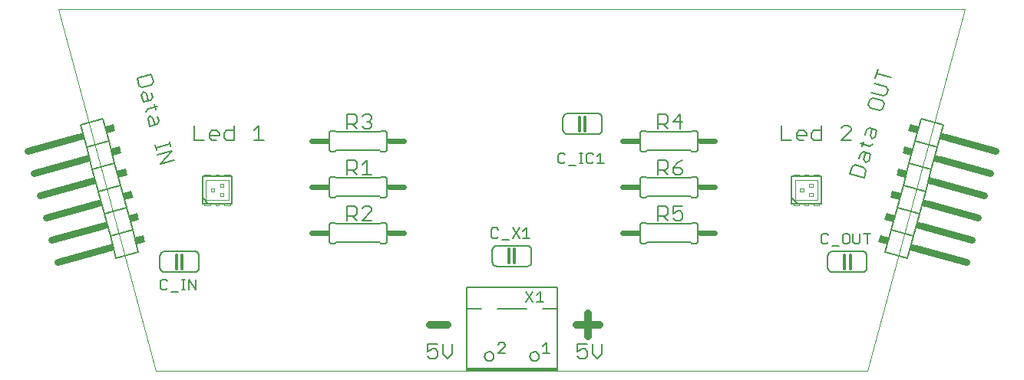
<source format=gto>
G75*
%MOIN*%
%OFA0B0*%
%FSLAX24Y24*%
%IPPOS*%
%LPD*%
%AMOC8*
5,1,8,0,0,1.08239X$1,22.5*
%
%ADD10C,0.0000*%
%ADD11C,0.0060*%
%ADD12C,0.0320*%
%ADD13C,0.0050*%
%ADD14C,0.0240*%
%ADD15R,0.0340X0.0240*%
%ADD16C,0.0080*%
%ADD17C,0.0040*%
%ADD18C,0.0300*%
%ADD19R,0.0300X0.0200*%
%ADD20R,0.0300X0.0400*%
%ADD21C,0.0120*%
D10*
X015374Y006799D02*
X011142Y022547D01*
X050512Y022547D01*
X046280Y006799D01*
X015374Y006799D01*
D11*
X015742Y011099D02*
X017042Y011099D01*
X017068Y011101D01*
X017094Y011106D01*
X017119Y011114D01*
X017142Y011126D01*
X017164Y011140D01*
X017183Y011158D01*
X017201Y011177D01*
X017215Y011199D01*
X017227Y011222D01*
X017235Y011247D01*
X017240Y011273D01*
X017242Y011299D01*
X017242Y011799D01*
X017240Y011825D01*
X017235Y011851D01*
X017227Y011876D01*
X017215Y011899D01*
X017201Y011921D01*
X017183Y011940D01*
X017164Y011958D01*
X017142Y011972D01*
X017119Y011984D01*
X017094Y011992D01*
X017068Y011997D01*
X017042Y011999D01*
X015742Y011999D01*
X015716Y011997D01*
X015690Y011992D01*
X015665Y011984D01*
X015642Y011972D01*
X015620Y011958D01*
X015601Y011940D01*
X015583Y011921D01*
X015569Y011899D01*
X015557Y011876D01*
X015549Y011851D01*
X015544Y011825D01*
X015542Y011799D01*
X015542Y011299D01*
X015544Y011273D01*
X015549Y011247D01*
X015557Y011222D01*
X015569Y011199D01*
X015583Y011177D01*
X015601Y011158D01*
X015620Y011140D01*
X015642Y011126D01*
X015665Y011114D01*
X015690Y011106D01*
X015716Y011101D01*
X015742Y011099D01*
X014611Y011969D02*
X013645Y011710D01*
X013387Y012676D01*
X013128Y013642D01*
X012869Y014608D01*
X012610Y015574D01*
X012351Y016540D01*
X012093Y017506D01*
X013058Y017765D01*
X013317Y016799D01*
X012351Y016540D01*
X012610Y015574D02*
X013576Y015833D01*
X013317Y016799D01*
X013576Y015833D02*
X013835Y014867D01*
X012869Y014608D01*
X013128Y013642D02*
X014094Y013901D01*
X013835Y014867D01*
X014094Y013901D02*
X014353Y012935D01*
X013387Y012676D01*
X014353Y012935D02*
X014611Y011969D01*
X015554Y015795D02*
X016173Y015960D01*
X016062Y016373D02*
X015554Y015795D01*
X015443Y016207D02*
X016062Y016373D01*
X016006Y016582D02*
X015951Y016788D01*
X015979Y016685D02*
X015360Y016519D01*
X015332Y016622D02*
X015387Y016416D01*
X015109Y017455D02*
X015026Y017764D01*
X015102Y017895D01*
X015232Y017820D01*
X015315Y017510D01*
X015418Y017538D02*
X015109Y017455D01*
X015418Y017538D02*
X015494Y017669D01*
X015439Y017875D01*
X015355Y018187D02*
X015300Y018393D01*
X015431Y018317D02*
X015018Y018207D01*
X014943Y018076D01*
X014831Y018493D02*
X014748Y018802D01*
X014824Y018933D01*
X014954Y018857D01*
X015037Y018548D01*
X015140Y018575D02*
X014831Y018493D01*
X015140Y018575D02*
X015216Y018706D01*
X015161Y018912D01*
X015180Y019253D02*
X015255Y019384D01*
X015172Y019693D01*
X014554Y019528D01*
X014637Y019218D01*
X014767Y019143D01*
X015180Y019253D01*
X017047Y017469D02*
X017047Y016829D01*
X017474Y016829D01*
X017692Y016936D02*
X017692Y017149D01*
X017798Y017256D01*
X018012Y017256D01*
X018119Y017149D01*
X018119Y017042D01*
X017692Y017042D01*
X017692Y016936D02*
X017798Y016829D01*
X018012Y016829D01*
X018336Y016936D02*
X018336Y017149D01*
X018443Y017256D01*
X018763Y017256D01*
X018763Y017469D02*
X018763Y016829D01*
X018443Y016829D01*
X018336Y016936D01*
X019625Y016829D02*
X020052Y016829D01*
X019839Y016829D02*
X019839Y017469D01*
X019625Y017256D01*
X022892Y017149D02*
X022892Y016449D01*
X022894Y016432D01*
X022898Y016415D01*
X022905Y016399D01*
X022915Y016385D01*
X022928Y016372D01*
X022942Y016362D01*
X022958Y016355D01*
X022975Y016351D01*
X022992Y016349D01*
X023142Y016349D01*
X023192Y016399D01*
X025092Y016399D01*
X025142Y016349D01*
X025292Y016349D01*
X025309Y016351D01*
X025326Y016355D01*
X025342Y016362D01*
X025356Y016372D01*
X025369Y016385D01*
X025379Y016399D01*
X025386Y016415D01*
X025390Y016432D01*
X025392Y016449D01*
X025392Y017149D01*
X025390Y017166D01*
X025386Y017183D01*
X025379Y017199D01*
X025369Y017213D01*
X025356Y017226D01*
X025342Y017236D01*
X025326Y017243D01*
X025309Y017247D01*
X025292Y017249D01*
X025142Y017249D01*
X025092Y017199D01*
X023192Y017199D01*
X023142Y017249D01*
X022992Y017249D01*
X022975Y017247D01*
X022958Y017243D01*
X022942Y017236D01*
X022928Y017226D01*
X022915Y017213D01*
X022905Y017199D01*
X022898Y017183D01*
X022894Y017166D01*
X022892Y017149D01*
X023672Y017329D02*
X023672Y017969D01*
X023992Y017969D01*
X024099Y017863D01*
X024099Y017649D01*
X023992Y017542D01*
X023672Y017542D01*
X023886Y017542D02*
X024099Y017329D01*
X024317Y017436D02*
X024423Y017329D01*
X024637Y017329D01*
X024744Y017436D01*
X024744Y017542D01*
X024637Y017649D01*
X024530Y017649D01*
X024637Y017649D02*
X024744Y017756D01*
X024744Y017863D01*
X024637Y017969D01*
X024423Y017969D01*
X024317Y017863D01*
X024530Y015969D02*
X024530Y015329D01*
X024317Y015329D02*
X024744Y015329D01*
X025092Y015199D02*
X023192Y015199D01*
X023142Y015249D01*
X022992Y015249D01*
X022975Y015247D01*
X022958Y015243D01*
X022942Y015236D01*
X022928Y015226D01*
X022915Y015213D01*
X022905Y015199D01*
X022898Y015183D01*
X022894Y015166D01*
X022892Y015149D01*
X022892Y014449D01*
X022894Y014432D01*
X022898Y014415D01*
X022905Y014399D01*
X022915Y014385D01*
X022928Y014372D01*
X022942Y014362D01*
X022958Y014355D01*
X022975Y014351D01*
X022992Y014349D01*
X023142Y014349D01*
X023192Y014399D01*
X025092Y014399D01*
X025142Y014349D01*
X025292Y014349D01*
X025309Y014351D01*
X025326Y014355D01*
X025342Y014362D01*
X025356Y014372D01*
X025369Y014385D01*
X025379Y014399D01*
X025386Y014415D01*
X025390Y014432D01*
X025392Y014449D01*
X025392Y015149D01*
X025390Y015166D01*
X025386Y015183D01*
X025379Y015199D01*
X025369Y015213D01*
X025356Y015226D01*
X025342Y015236D01*
X025326Y015243D01*
X025309Y015247D01*
X025292Y015249D01*
X025142Y015249D01*
X025092Y015199D01*
X024099Y015329D02*
X023886Y015542D01*
X023992Y015542D02*
X023672Y015542D01*
X023672Y015329D02*
X023672Y015969D01*
X023992Y015969D01*
X024099Y015863D01*
X024099Y015649D01*
X023992Y015542D01*
X024317Y015756D02*
X024530Y015969D01*
X024423Y013969D02*
X024317Y013863D01*
X024423Y013969D02*
X024637Y013969D01*
X024744Y013863D01*
X024744Y013756D01*
X024317Y013329D01*
X024744Y013329D01*
X025092Y013199D02*
X023192Y013199D01*
X023142Y013249D01*
X022992Y013249D01*
X022975Y013247D01*
X022958Y013243D01*
X022942Y013236D01*
X022928Y013226D01*
X022915Y013213D01*
X022905Y013199D01*
X022898Y013183D01*
X022894Y013166D01*
X022892Y013149D01*
X022892Y012449D01*
X022894Y012432D01*
X022898Y012415D01*
X022905Y012399D01*
X022915Y012385D01*
X022928Y012372D01*
X022942Y012362D01*
X022958Y012355D01*
X022975Y012351D01*
X022992Y012349D01*
X023142Y012349D01*
X023192Y012399D01*
X025092Y012399D01*
X025142Y012349D01*
X025292Y012349D01*
X025309Y012351D01*
X025326Y012355D01*
X025342Y012362D01*
X025356Y012372D01*
X025369Y012385D01*
X025379Y012399D01*
X025386Y012415D01*
X025390Y012432D01*
X025392Y012449D01*
X025392Y013149D01*
X025390Y013166D01*
X025386Y013183D01*
X025379Y013199D01*
X025369Y013213D01*
X025356Y013226D01*
X025342Y013236D01*
X025326Y013243D01*
X025309Y013247D01*
X025292Y013249D01*
X025142Y013249D01*
X025092Y013199D01*
X024099Y013329D02*
X023886Y013542D01*
X023992Y013542D02*
X023672Y013542D01*
X023672Y013329D02*
X023672Y013969D01*
X023992Y013969D01*
X024099Y013863D01*
X024099Y013649D01*
X023992Y013542D01*
X028861Y010449D02*
X028861Y009509D01*
X028861Y006909D01*
X032791Y006909D01*
X032791Y006829D01*
X028861Y006829D01*
X028861Y006909D01*
X028244Y007542D02*
X028244Y007969D01*
X028244Y007542D02*
X028030Y007329D01*
X027817Y007542D01*
X027817Y007969D01*
X027599Y007969D02*
X027172Y007969D01*
X027172Y007649D01*
X027386Y007756D01*
X027492Y007756D01*
X027599Y007649D01*
X027599Y007436D01*
X027492Y007329D01*
X027279Y007329D01*
X027172Y007436D01*
X029641Y007429D02*
X029643Y007457D01*
X029649Y007484D01*
X029658Y007510D01*
X029671Y007535D01*
X029688Y007558D01*
X029707Y007578D01*
X029729Y007595D01*
X029753Y007609D01*
X029779Y007619D01*
X029806Y007626D01*
X029834Y007629D01*
X029862Y007628D01*
X029889Y007623D01*
X029916Y007614D01*
X029941Y007602D01*
X029964Y007587D01*
X029985Y007568D01*
X030003Y007547D01*
X030018Y007523D01*
X030029Y007497D01*
X030037Y007471D01*
X030041Y007443D01*
X030041Y007415D01*
X030037Y007387D01*
X030029Y007361D01*
X030018Y007335D01*
X030003Y007311D01*
X029985Y007290D01*
X029964Y007271D01*
X029941Y007256D01*
X029916Y007244D01*
X029889Y007235D01*
X029862Y007230D01*
X029834Y007229D01*
X029806Y007232D01*
X029779Y007239D01*
X029753Y007249D01*
X029729Y007263D01*
X029707Y007280D01*
X029688Y007300D01*
X029671Y007323D01*
X029658Y007348D01*
X029649Y007374D01*
X029643Y007401D01*
X029641Y007429D01*
X031611Y007429D02*
X031613Y007457D01*
X031619Y007484D01*
X031628Y007510D01*
X031641Y007535D01*
X031658Y007558D01*
X031677Y007578D01*
X031699Y007595D01*
X031723Y007609D01*
X031749Y007619D01*
X031776Y007626D01*
X031804Y007629D01*
X031832Y007628D01*
X031859Y007623D01*
X031886Y007614D01*
X031911Y007602D01*
X031934Y007587D01*
X031955Y007568D01*
X031973Y007547D01*
X031988Y007523D01*
X031999Y007497D01*
X032007Y007471D01*
X032011Y007443D01*
X032011Y007415D01*
X032007Y007387D01*
X031999Y007361D01*
X031988Y007335D01*
X031973Y007311D01*
X031955Y007290D01*
X031934Y007271D01*
X031911Y007256D01*
X031886Y007244D01*
X031859Y007235D01*
X031832Y007230D01*
X031804Y007229D01*
X031776Y007232D01*
X031749Y007239D01*
X031723Y007249D01*
X031699Y007263D01*
X031677Y007280D01*
X031658Y007300D01*
X031641Y007323D01*
X031628Y007348D01*
X031619Y007374D01*
X031613Y007401D01*
X031611Y007429D01*
X032791Y006909D02*
X032791Y009509D01*
X032161Y009509D01*
X032791Y009509D02*
X032791Y010449D01*
X028861Y010449D01*
X030177Y011349D02*
X031477Y011349D01*
X031503Y011351D01*
X031529Y011356D01*
X031554Y011364D01*
X031577Y011376D01*
X031599Y011390D01*
X031618Y011408D01*
X031636Y011427D01*
X031650Y011449D01*
X031662Y011472D01*
X031670Y011497D01*
X031675Y011523D01*
X031677Y011549D01*
X031677Y012049D01*
X031675Y012075D01*
X031670Y012101D01*
X031662Y012126D01*
X031650Y012149D01*
X031636Y012171D01*
X031618Y012190D01*
X031599Y012208D01*
X031577Y012222D01*
X031554Y012234D01*
X031529Y012242D01*
X031503Y012247D01*
X031477Y012249D01*
X030177Y012249D01*
X030151Y012247D01*
X030125Y012242D01*
X030100Y012234D01*
X030077Y012222D01*
X030055Y012208D01*
X030036Y012190D01*
X030018Y012171D01*
X030004Y012149D01*
X029992Y012126D01*
X029984Y012101D01*
X029979Y012075D01*
X029977Y012049D01*
X029977Y011549D01*
X029979Y011523D01*
X029984Y011497D01*
X029992Y011472D01*
X030004Y011449D01*
X030018Y011427D01*
X030036Y011408D01*
X030055Y011390D01*
X030077Y011376D01*
X030100Y011364D01*
X030125Y011356D01*
X030151Y011351D01*
X030177Y011349D01*
X030191Y009509D02*
X031461Y009509D01*
X029491Y009509D02*
X028861Y009509D01*
X033672Y007969D02*
X033672Y007649D01*
X033886Y007756D01*
X033992Y007756D01*
X034099Y007649D01*
X034099Y007436D01*
X033992Y007329D01*
X033779Y007329D01*
X033672Y007436D01*
X034317Y007542D02*
X034530Y007329D01*
X034744Y007542D01*
X034744Y007969D01*
X034317Y007969D02*
X034317Y007542D01*
X034099Y007969D02*
X033672Y007969D01*
X036492Y012349D02*
X036642Y012349D01*
X036692Y012399D01*
X038592Y012399D01*
X038642Y012349D01*
X038792Y012349D01*
X038809Y012351D01*
X038826Y012355D01*
X038842Y012362D01*
X038856Y012372D01*
X038869Y012385D01*
X038879Y012399D01*
X038886Y012415D01*
X038890Y012432D01*
X038892Y012449D01*
X038892Y013149D01*
X038890Y013166D01*
X038886Y013183D01*
X038879Y013199D01*
X038869Y013213D01*
X038856Y013226D01*
X038842Y013236D01*
X038826Y013243D01*
X038809Y013247D01*
X038792Y013249D01*
X038642Y013249D01*
X038592Y013199D01*
X036692Y013199D01*
X036642Y013249D01*
X036492Y013249D01*
X036475Y013247D01*
X036458Y013243D01*
X036442Y013236D01*
X036428Y013226D01*
X036415Y013213D01*
X036405Y013199D01*
X036398Y013183D01*
X036394Y013166D01*
X036392Y013149D01*
X036392Y012449D01*
X036394Y012432D01*
X036398Y012415D01*
X036405Y012399D01*
X036415Y012385D01*
X036428Y012372D01*
X036442Y012362D01*
X036458Y012355D01*
X036475Y012351D01*
X036492Y012349D01*
X037172Y013329D02*
X037172Y013969D01*
X037492Y013969D01*
X037599Y013863D01*
X037599Y013649D01*
X037492Y013542D01*
X037172Y013542D01*
X037386Y013542D02*
X037599Y013329D01*
X037817Y013436D02*
X037923Y013329D01*
X038137Y013329D01*
X038244Y013436D01*
X038244Y013649D01*
X038137Y013756D01*
X038030Y013756D01*
X037817Y013649D01*
X037817Y013969D01*
X038244Y013969D01*
X038642Y014349D02*
X038792Y014349D01*
X038809Y014351D01*
X038826Y014355D01*
X038842Y014362D01*
X038856Y014372D01*
X038869Y014385D01*
X038879Y014399D01*
X038886Y014415D01*
X038890Y014432D01*
X038892Y014449D01*
X038892Y015149D01*
X038890Y015166D01*
X038886Y015183D01*
X038879Y015199D01*
X038869Y015213D01*
X038856Y015226D01*
X038842Y015236D01*
X038826Y015243D01*
X038809Y015247D01*
X038792Y015249D01*
X038642Y015249D01*
X038592Y015199D01*
X036692Y015199D01*
X036642Y015249D01*
X036492Y015249D01*
X036475Y015247D01*
X036458Y015243D01*
X036442Y015236D01*
X036428Y015226D01*
X036415Y015213D01*
X036405Y015199D01*
X036398Y015183D01*
X036394Y015166D01*
X036392Y015149D01*
X036392Y014449D01*
X036394Y014432D01*
X036398Y014415D01*
X036405Y014399D01*
X036415Y014385D01*
X036428Y014372D01*
X036442Y014362D01*
X036458Y014355D01*
X036475Y014351D01*
X036492Y014349D01*
X036642Y014349D01*
X036692Y014399D01*
X038592Y014399D01*
X038642Y014349D01*
X038137Y015329D02*
X038244Y015436D01*
X038244Y015542D01*
X038137Y015649D01*
X037817Y015649D01*
X037817Y015436D01*
X037923Y015329D01*
X038137Y015329D01*
X037817Y015649D02*
X038030Y015863D01*
X038244Y015969D01*
X038642Y016349D02*
X038792Y016349D01*
X038809Y016351D01*
X038826Y016355D01*
X038842Y016362D01*
X038856Y016372D01*
X038869Y016385D01*
X038879Y016399D01*
X038886Y016415D01*
X038890Y016432D01*
X038892Y016449D01*
X038892Y017149D01*
X038890Y017166D01*
X038886Y017183D01*
X038879Y017199D01*
X038869Y017213D01*
X038856Y017226D01*
X038842Y017236D01*
X038826Y017243D01*
X038809Y017247D01*
X038792Y017249D01*
X038642Y017249D01*
X038592Y017199D01*
X036692Y017199D01*
X036642Y017249D01*
X036492Y017249D01*
X036475Y017247D01*
X036458Y017243D01*
X036442Y017236D01*
X036428Y017226D01*
X036415Y017213D01*
X036405Y017199D01*
X036398Y017183D01*
X036394Y017166D01*
X036392Y017149D01*
X036392Y016449D01*
X036394Y016432D01*
X036398Y016415D01*
X036405Y016399D01*
X036415Y016385D01*
X036428Y016372D01*
X036442Y016362D01*
X036458Y016355D01*
X036475Y016351D01*
X036492Y016349D01*
X036642Y016349D01*
X036692Y016399D01*
X038592Y016399D01*
X038642Y016349D01*
X037599Y015863D02*
X037599Y015649D01*
X037492Y015542D01*
X037172Y015542D01*
X037172Y015329D02*
X037172Y015969D01*
X037492Y015969D01*
X037599Y015863D01*
X037386Y015542D02*
X037599Y015329D01*
X034542Y017099D02*
X033242Y017099D01*
X033216Y017101D01*
X033190Y017106D01*
X033165Y017114D01*
X033142Y017126D01*
X033120Y017140D01*
X033101Y017158D01*
X033083Y017177D01*
X033069Y017199D01*
X033057Y017222D01*
X033049Y017247D01*
X033044Y017273D01*
X033042Y017299D01*
X033042Y017799D01*
X033044Y017825D01*
X033049Y017851D01*
X033057Y017876D01*
X033069Y017899D01*
X033083Y017921D01*
X033101Y017940D01*
X033120Y017958D01*
X033142Y017972D01*
X033165Y017984D01*
X033190Y017992D01*
X033216Y017997D01*
X033242Y017999D01*
X034542Y017999D01*
X034568Y017997D01*
X034594Y017992D01*
X034619Y017984D01*
X034642Y017972D01*
X034664Y017958D01*
X034683Y017940D01*
X034701Y017921D01*
X034715Y017899D01*
X034727Y017876D01*
X034735Y017851D01*
X034740Y017825D01*
X034742Y017799D01*
X034742Y017299D01*
X034740Y017273D01*
X034735Y017247D01*
X034727Y017222D01*
X034715Y017199D01*
X034701Y017177D01*
X034683Y017158D01*
X034664Y017140D01*
X034642Y017126D01*
X034619Y017114D01*
X034594Y017106D01*
X034568Y017101D01*
X034542Y017099D01*
X037172Y017329D02*
X037172Y017969D01*
X037492Y017969D01*
X037599Y017863D01*
X037599Y017649D01*
X037492Y017542D01*
X037172Y017542D01*
X037386Y017542D02*
X037599Y017329D01*
X037817Y017649D02*
X038244Y017649D01*
X038137Y017329D02*
X038137Y017969D01*
X037817Y017649D01*
X042547Y017469D02*
X042547Y016829D01*
X042974Y016829D01*
X043192Y016936D02*
X043192Y017149D01*
X043298Y017256D01*
X043512Y017256D01*
X043619Y017149D01*
X043619Y017042D01*
X043192Y017042D01*
X043192Y016936D02*
X043298Y016829D01*
X043512Y016829D01*
X043836Y016936D02*
X043836Y017149D01*
X043943Y017256D01*
X044263Y017256D01*
X044263Y017469D02*
X044263Y016829D01*
X043943Y016829D01*
X043836Y016936D01*
X045125Y016829D02*
X045552Y017256D01*
X045552Y017363D01*
X045445Y017469D01*
X045232Y017469D01*
X045125Y017363D01*
X045125Y016829D02*
X045552Y016829D01*
X045966Y016697D02*
X046379Y016586D01*
X046510Y016662D01*
X046463Y016898D02*
X046387Y017029D01*
X046470Y017339D01*
X046367Y017366D02*
X046676Y017283D01*
X046593Y016974D01*
X046463Y016898D01*
X046181Y017084D02*
X046236Y017291D01*
X046367Y017366D01*
X046097Y016772D02*
X046042Y016566D01*
X046089Y016329D02*
X046398Y016246D01*
X046315Y015936D01*
X046184Y015861D01*
X046109Y015992D01*
X046192Y016301D01*
X046089Y016329D02*
X045958Y016253D01*
X045903Y016047D01*
X045716Y015761D02*
X045585Y015686D01*
X045502Y015376D01*
X046121Y015211D01*
X046204Y015520D01*
X046128Y015651D01*
X045716Y015761D01*
X047819Y014867D02*
X047560Y013901D01*
X047301Y012935D01*
X047043Y011969D01*
X048009Y011710D01*
X048267Y012676D01*
X048526Y013642D01*
X048785Y014608D01*
X049044Y015574D01*
X049303Y016540D01*
X049562Y017506D01*
X048596Y017765D01*
X048337Y016799D01*
X048078Y015833D01*
X047819Y014867D01*
X048785Y014608D01*
X048526Y013642D02*
X047560Y013901D01*
X047301Y012935D02*
X048267Y012676D01*
X046242Y011799D02*
X046242Y011299D01*
X046240Y011273D01*
X046235Y011247D01*
X046227Y011222D01*
X046215Y011199D01*
X046201Y011177D01*
X046183Y011158D01*
X046164Y011140D01*
X046142Y011126D01*
X046119Y011114D01*
X046094Y011106D01*
X046068Y011101D01*
X046042Y011099D01*
X044742Y011099D01*
X044716Y011101D01*
X044690Y011106D01*
X044665Y011114D01*
X044642Y011126D01*
X044620Y011140D01*
X044601Y011158D01*
X044583Y011177D01*
X044569Y011199D01*
X044557Y011222D01*
X044549Y011247D01*
X044544Y011273D01*
X044542Y011299D01*
X044542Y011799D01*
X044544Y011825D01*
X044549Y011851D01*
X044557Y011876D01*
X044569Y011899D01*
X044583Y011921D01*
X044601Y011940D01*
X044620Y011958D01*
X044642Y011972D01*
X044665Y011984D01*
X044690Y011992D01*
X044716Y011997D01*
X044742Y011999D01*
X046042Y011999D01*
X046068Y011997D01*
X046094Y011992D01*
X046119Y011984D01*
X046142Y011972D01*
X046164Y011958D01*
X046183Y011940D01*
X046201Y011921D01*
X046215Y011899D01*
X046227Y011876D01*
X046235Y011851D01*
X046240Y011825D01*
X046242Y011799D01*
X048078Y015833D02*
X049044Y015574D01*
X049303Y016540D02*
X048337Y016799D01*
X046927Y018219D02*
X046796Y018144D01*
X046384Y018254D01*
X046308Y018385D01*
X046363Y018591D01*
X046494Y018667D01*
X046907Y018556D01*
X046982Y018425D01*
X046927Y018219D01*
X046963Y018766D02*
X047094Y018842D01*
X047149Y019048D01*
X047074Y019179D01*
X046558Y019317D01*
X046614Y019527D02*
X046725Y019939D01*
X046669Y019733D02*
X047288Y019567D01*
X046963Y018766D02*
X046447Y018904D01*
D12*
X034142Y009299D02*
X034142Y008299D01*
X033642Y008799D02*
X034642Y008799D01*
X028017Y008799D02*
X027267Y008799D01*
D13*
X030226Y007949D02*
X030301Y008024D01*
X030451Y008024D01*
X030526Y007949D01*
X030526Y007874D01*
X030226Y007574D01*
X030526Y007574D01*
X032176Y007574D02*
X032476Y007574D01*
X032326Y007574D02*
X032326Y008024D01*
X032176Y007874D01*
X032206Y009794D02*
X031906Y009794D01*
X032056Y009794D02*
X032056Y010244D01*
X031906Y010094D01*
X031746Y010244D02*
X031445Y009794D01*
X031746Y009794D02*
X031445Y010244D01*
X031463Y012574D02*
X031463Y013024D01*
X031312Y012874D01*
X031152Y013024D02*
X030852Y012574D01*
X030692Y012499D02*
X030392Y012499D01*
X030232Y012649D02*
X030156Y012574D01*
X030006Y012574D01*
X029931Y012649D01*
X029931Y012949D01*
X030006Y013024D01*
X030156Y013024D01*
X030232Y012949D01*
X030852Y013024D02*
X031152Y012574D01*
X031312Y012574D02*
X031613Y012574D01*
X032918Y015824D02*
X033068Y015824D01*
X033143Y015899D01*
X033303Y015749D02*
X033603Y015749D01*
X033764Y015824D02*
X033914Y015824D01*
X033839Y015824D02*
X033839Y016274D01*
X033764Y016274D02*
X033914Y016274D01*
X034070Y016199D02*
X034070Y015899D01*
X034146Y015824D01*
X034296Y015824D01*
X034371Y015899D01*
X034531Y015824D02*
X034831Y015824D01*
X034681Y015824D02*
X034681Y016274D01*
X034531Y016124D01*
X034371Y016199D02*
X034296Y016274D01*
X034146Y016274D01*
X034070Y016199D01*
X033143Y016199D02*
X033068Y016274D01*
X032918Y016274D01*
X032843Y016199D01*
X032843Y015899D01*
X032918Y015824D01*
X044266Y012699D02*
X044266Y012399D01*
X044341Y012324D01*
X044491Y012324D01*
X044566Y012399D01*
X044726Y012249D02*
X045027Y012249D01*
X045187Y012399D02*
X045262Y012324D01*
X045412Y012324D01*
X045487Y012399D01*
X045487Y012699D01*
X045412Y012774D01*
X045262Y012774D01*
X045187Y012699D01*
X045187Y012399D01*
X045647Y012399D02*
X045647Y012774D01*
X045947Y012774D02*
X045947Y012399D01*
X045872Y012324D01*
X045722Y012324D01*
X045647Y012399D01*
X046108Y012774D02*
X046408Y012774D01*
X046258Y012774D02*
X046258Y012324D01*
X044566Y012699D02*
X044491Y012774D01*
X044341Y012774D01*
X044266Y012699D01*
X017101Y010774D02*
X017101Y010324D01*
X016801Y010774D01*
X016801Y010324D01*
X016644Y010324D02*
X016494Y010324D01*
X016569Y010324D02*
X016569Y010774D01*
X016494Y010774D02*
X016644Y010774D01*
X016334Y010249D02*
X016033Y010249D01*
X015873Y010399D02*
X015798Y010324D01*
X015648Y010324D01*
X015573Y010399D01*
X015573Y010699D01*
X015648Y010774D01*
X015798Y010774D01*
X015873Y010699D01*
D14*
X022142Y012799D02*
X022792Y012799D01*
X025492Y012799D02*
X026142Y012799D01*
X026142Y014799D02*
X025492Y014799D01*
X022792Y014799D02*
X022142Y014799D01*
X022142Y016799D02*
X022792Y016799D01*
X025492Y016799D02*
X026142Y016799D01*
X035642Y016799D02*
X036292Y016799D01*
X038992Y016799D02*
X039642Y016799D01*
X039642Y014799D02*
X038992Y014799D01*
X036292Y014799D02*
X035642Y014799D01*
X035642Y012799D02*
X036292Y012799D01*
X038992Y012799D02*
X039642Y012799D01*
D15*
X039062Y012799D03*
X036222Y012799D03*
X036222Y014799D03*
X039062Y014799D03*
X039062Y016799D03*
X036222Y016799D03*
X025562Y016799D03*
X022722Y016799D03*
X022722Y014799D03*
X025562Y014799D03*
X025562Y012799D03*
X022722Y012799D03*
D16*
X018681Y014082D02*
X018681Y015263D01*
X018583Y015263D01*
X018347Y015263D01*
X018110Y015263D01*
X017953Y015263D01*
X017717Y015263D01*
X017481Y015263D01*
X017382Y015263D01*
X017382Y014338D01*
X017638Y014082D01*
X017481Y014082D01*
X017382Y014082D01*
X017382Y014338D01*
X017638Y014082D02*
X017717Y014082D01*
X017953Y014082D01*
X018110Y014082D01*
X018347Y014082D01*
X018583Y014082D01*
X018681Y014082D01*
X042973Y014082D02*
X042973Y014338D01*
X043229Y014082D01*
X043071Y014082D01*
X042973Y014082D01*
X043229Y014082D02*
X043307Y014082D01*
X043544Y014082D01*
X043701Y014082D01*
X043937Y014082D01*
X044173Y014082D01*
X044272Y014082D01*
X044272Y015263D01*
X044173Y015263D01*
X043937Y015263D01*
X043701Y015263D01*
X043544Y015263D01*
X043307Y015263D01*
X043071Y015263D01*
X042973Y015263D01*
X042973Y014338D01*
D17*
X043130Y014240D02*
X043130Y015106D01*
X044114Y015106D01*
X044114Y014240D01*
X043130Y014240D01*
X043071Y014082D02*
X043071Y014004D01*
X043307Y014004D01*
X043307Y014082D01*
X043544Y014082D02*
X043544Y014004D01*
X043701Y014004D01*
X043701Y014082D01*
X043937Y014082D02*
X043937Y014004D01*
X044173Y014004D01*
X044173Y014082D01*
X043898Y014397D02*
X043740Y014397D01*
X043740Y014555D01*
X043898Y014555D01*
X043898Y014397D01*
X043898Y014791D02*
X043740Y014791D01*
X043740Y014948D01*
X043898Y014948D01*
X043898Y014791D01*
X043504Y014752D02*
X043504Y014594D01*
X043347Y014594D01*
X043347Y014752D01*
X043504Y014752D01*
X043544Y015263D02*
X043544Y015342D01*
X043701Y015342D01*
X043701Y015263D01*
X043937Y015263D02*
X043937Y015342D01*
X044173Y015342D01*
X044173Y015263D01*
X043307Y015263D02*
X043307Y015342D01*
X043071Y015342D01*
X043071Y015263D01*
X018583Y015342D02*
X018583Y015263D01*
X018583Y015342D02*
X018347Y015342D01*
X018347Y015263D01*
X018110Y015263D02*
X018110Y015342D01*
X017953Y015342D01*
X017953Y015263D01*
X017717Y015263D02*
X017717Y015342D01*
X017481Y015342D01*
X017481Y015263D01*
X017540Y015106D02*
X017540Y014240D01*
X018524Y014240D01*
X018524Y015106D01*
X017540Y015106D01*
X017756Y014752D02*
X017756Y014594D01*
X017914Y014594D01*
X017914Y014752D01*
X017756Y014752D01*
X018150Y014791D02*
X018150Y014948D01*
X018307Y014948D01*
X018307Y014791D01*
X018150Y014791D01*
X018150Y014555D02*
X018150Y014397D01*
X018307Y014397D01*
X018307Y014555D01*
X018150Y014555D01*
X018110Y014082D02*
X018110Y014004D01*
X017953Y014004D01*
X017953Y014082D01*
X017717Y014082D02*
X017717Y014004D01*
X017481Y014004D01*
X017481Y014082D01*
X018347Y014082D02*
X018347Y014004D01*
X018583Y014004D01*
X018583Y014082D01*
D18*
X013275Y012129D02*
X011101Y011546D01*
X010842Y012512D02*
X013016Y013095D01*
X012757Y014060D02*
X010584Y013478D01*
X010325Y014444D02*
X012498Y015026D01*
X012239Y015992D02*
X010066Y015410D01*
X009807Y016376D02*
X011980Y016958D01*
X048379Y012129D02*
X050553Y011546D01*
X050812Y012512D02*
X048638Y013095D01*
X048897Y014060D02*
X051070Y013478D01*
X051329Y014444D02*
X049156Y015026D01*
X049415Y015992D02*
X051588Y015410D01*
X051847Y016376D02*
X049674Y016958D01*
D19*
G36*
X049394Y016878D02*
X049472Y017167D01*
X049664Y017116D01*
X049586Y016827D01*
X049394Y016878D01*
G37*
G36*
X049135Y015912D02*
X049213Y016201D01*
X049405Y016150D01*
X049327Y015861D01*
X049135Y015912D01*
G37*
G36*
X048876Y014946D02*
X048954Y015235D01*
X049146Y015184D01*
X049068Y014895D01*
X048876Y014946D01*
G37*
G36*
X048617Y013980D02*
X048695Y014269D01*
X048887Y014218D01*
X048809Y013929D01*
X048617Y013980D01*
G37*
G36*
X048358Y013014D02*
X048436Y013303D01*
X048628Y013252D01*
X048550Y012963D01*
X048358Y013014D01*
G37*
G36*
X048100Y012048D02*
X048178Y012337D01*
X048370Y012286D01*
X048292Y011997D01*
X048100Y012048D01*
G37*
G36*
X013476Y012337D02*
X013554Y012048D01*
X013362Y011997D01*
X013284Y012286D01*
X013476Y012337D01*
G37*
G36*
X013218Y013303D02*
X013296Y013014D01*
X013104Y012963D01*
X013026Y013252D01*
X013218Y013303D01*
G37*
G36*
X012959Y014269D02*
X013037Y013980D01*
X012845Y013929D01*
X012767Y014218D01*
X012959Y014269D01*
G37*
G36*
X012700Y015235D02*
X012778Y014946D01*
X012586Y014895D01*
X012508Y015184D01*
X012700Y015235D01*
G37*
G36*
X012441Y016201D02*
X012519Y015912D01*
X012327Y015861D01*
X012249Y016150D01*
X012441Y016201D01*
G37*
G36*
X012182Y017167D02*
X012260Y016878D01*
X012068Y016827D01*
X011990Y017116D01*
X012182Y017167D01*
G37*
D20*
G36*
X013535Y017530D02*
X013613Y017241D01*
X013227Y017138D01*
X013149Y017427D01*
X013535Y017530D01*
G37*
G36*
X013794Y016564D02*
X013872Y016275D01*
X013486Y016172D01*
X013408Y016461D01*
X013794Y016564D01*
G37*
G36*
X014053Y015598D02*
X014131Y015309D01*
X013745Y015206D01*
X013667Y015495D01*
X014053Y015598D01*
G37*
G36*
X014312Y014632D02*
X014390Y014343D01*
X014004Y014240D01*
X013926Y014529D01*
X014312Y014632D01*
G37*
G36*
X014570Y013666D02*
X014648Y013377D01*
X014262Y013274D01*
X014184Y013563D01*
X014570Y013666D01*
G37*
G36*
X014829Y012700D02*
X014907Y012411D01*
X014521Y012308D01*
X014443Y012597D01*
X014829Y012700D01*
G37*
G36*
X046747Y012411D02*
X046825Y012700D01*
X047211Y012597D01*
X047133Y012308D01*
X046747Y012411D01*
G37*
G36*
X047006Y013377D02*
X047084Y013666D01*
X047470Y013563D01*
X047392Y013274D01*
X047006Y013377D01*
G37*
G36*
X047265Y014343D02*
X047343Y014632D01*
X047729Y014529D01*
X047651Y014240D01*
X047265Y014343D01*
G37*
G36*
X047523Y015309D02*
X047601Y015598D01*
X047987Y015495D01*
X047909Y015206D01*
X047523Y015309D01*
G37*
G36*
X047782Y016275D02*
X047860Y016564D01*
X048246Y016461D01*
X048168Y016172D01*
X047782Y016275D01*
G37*
G36*
X048041Y017241D02*
X048119Y017530D01*
X048505Y017427D01*
X048427Y017138D01*
X048041Y017241D01*
G37*
D21*
X045522Y011849D02*
X045522Y011249D01*
X045272Y011249D02*
X045272Y011849D01*
X034012Y017249D02*
X034012Y017849D01*
X033762Y017849D02*
X033762Y017249D01*
X030947Y012099D02*
X030947Y011499D01*
X030697Y011499D02*
X030697Y012099D01*
X016512Y011849D02*
X016512Y011249D01*
X016262Y011249D02*
X016262Y011849D01*
M02*

</source>
